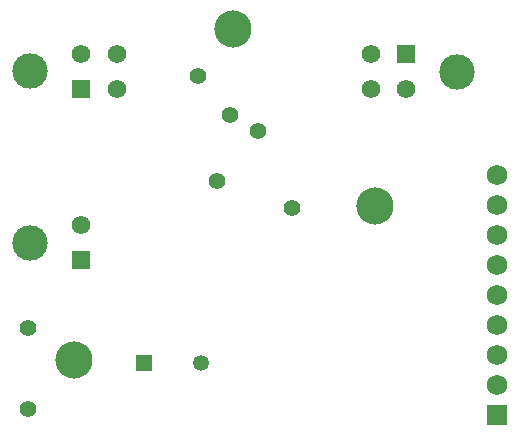
<source format=gbs>
G04*
G04 #@! TF.GenerationSoftware,Altium Limited,Altium Designer,23.4.1 (23)*
G04*
G04 Layer_Color=16711935*
%FSLAX44Y44*%
%MOMM*%
G71*
G04*
G04 #@! TF.SameCoordinates,1A97636D-EE55-4475-9E38-B8671C0F235C*
G04*
G04*
G04 #@! TF.FilePolarity,Negative*
G04*
G01*
G75*
%ADD48C,3.1500*%
%ADD49C,3.0000*%
%ADD50R,1.5700X1.5700*%
%ADD51C,1.5700*%
%ADD52C,1.7500*%
%ADD53R,1.7500X1.7500*%
%ADD54R,1.3500X1.3500*%
%ADD55C,1.3500*%
%ADD56C,1.4200*%
D48*
X800000Y600000D02*
D03*
X545000Y470000D02*
D03*
X680000Y750000D02*
D03*
D49*
X869690Y713740D02*
D03*
X508000Y713980D02*
D03*
Y568960D02*
D03*
D50*
X826490Y728740D02*
D03*
X551200Y698980D02*
D03*
X551200Y553960D02*
D03*
D51*
X826490Y698740D02*
D03*
X796490Y728740D02*
D03*
Y698740D02*
D03*
X581200Y728980D02*
D03*
Y698980D02*
D03*
X551200Y728980D02*
D03*
X551200Y583960D02*
D03*
D52*
X902970Y549910D02*
D03*
Y499110D02*
D03*
Y448310D02*
D03*
Y473710D02*
D03*
Y524510D02*
D03*
Y575310D02*
D03*
Y600710D02*
D03*
Y626110D02*
D03*
D53*
Y422910D02*
D03*
D54*
X604090Y467075D02*
D03*
D55*
X652890D02*
D03*
D56*
X677566Y677000D02*
D03*
X701250Y664000D02*
D03*
X506592Y496500D02*
D03*
X506343Y428000D02*
D03*
X730000Y598000D02*
D03*
X666000Y621000D02*
D03*
X650345Y710355D02*
D03*
M02*

</source>
